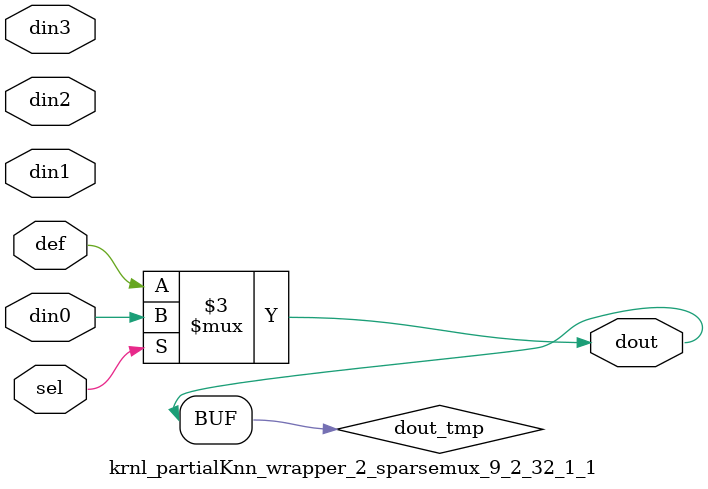
<source format=v>
`timescale 1ns / 1ps

module krnl_partialKnn_wrapper_2_sparsemux_9_2_32_1_1 (din0,din1,din2,din3,def,sel,dout);

parameter din0_WIDTH = 1;

parameter din1_WIDTH = 1;

parameter din2_WIDTH = 1;

parameter din3_WIDTH = 1;

parameter def_WIDTH = 1;
parameter sel_WIDTH = 1;
parameter dout_WIDTH = 1;

parameter [sel_WIDTH-1:0] CASE0 = 1;

parameter [sel_WIDTH-1:0] CASE1 = 1;

parameter [sel_WIDTH-1:0] CASE2 = 1;

parameter [sel_WIDTH-1:0] CASE3 = 1;

parameter ID = 1;
parameter NUM_STAGE = 1;



input [din0_WIDTH-1:0] din0;

input [din1_WIDTH-1:0] din1;

input [din2_WIDTH-1:0] din2;

input [din3_WIDTH-1:0] din3;

input [def_WIDTH-1:0] def;
input [sel_WIDTH-1:0] sel;

output [dout_WIDTH-1:0] dout;



reg [dout_WIDTH-1:0] dout_tmp;

always @ (*) begin
case (sel)
    
    CASE0 : dout_tmp = din0;
    
    CASE1 : dout_tmp = din1;
    
    CASE2 : dout_tmp = din2;
    
    CASE3 : dout_tmp = din3;
    
    default : dout_tmp = def;
endcase
end


assign dout = dout_tmp;



endmodule

</source>
